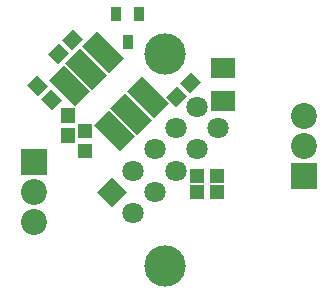
<source format=gbr>
G04 DipTrace 2.4.0.2*
%INTopMask.gbr*%
%MOIN*%
%ADD25C,0.1378*%
%ADD31C,0.0866*%
%ADD33R,0.0472X0.0512*%
%ADD35R,0.0512X0.0472*%
%ADD37R,0.0335X0.0492*%
%ADD39C,0.0712*%
%ADD41R,0.0787X0.0709*%
%FSLAX44Y44*%
G04*
G70*
G90*
G75*
G01*
%LNTopMask*%
%LPD*%
D41*
X11792Y11792D3*
Y12895D3*
G36*
X7583Y8752D2*
X8087Y9255D1*
X8590Y8752D1*
X8087Y8248D1*
X7583Y8752D1*
G37*
D39*
X8794Y8044D3*
Y9459D3*
X9501Y8752D3*
Y10166D3*
X10208Y9459D3*
Y10873D3*
X10915Y10166D3*
Y11580D3*
X11622Y10873D3*
G36*
X7972Y11488D2*
X8863Y10597D1*
X8362Y10096D1*
X7471Y10987D1*
X7972Y11488D1*
G37*
G36*
X8529Y12045D2*
X9420Y11154D1*
X8919Y10653D1*
X8028Y11544D1*
X8529Y12045D1*
G37*
G36*
X9086Y12602D2*
X9976Y11711D1*
X9475Y11210D1*
X8585Y12101D1*
X9086Y12602D1*
G37*
G36*
X6469Y12991D2*
X7360Y12101D1*
X6859Y11600D1*
X5968Y12490D1*
X6469Y12991D1*
G37*
G36*
X7026Y13548D2*
X7916Y12657D1*
X7415Y12156D1*
X6524Y13047D1*
X7026Y13548D1*
G37*
G36*
X7582Y14105D2*
X8473Y13214D1*
X7972Y12713D1*
X7081Y13604D1*
X7582Y14105D1*
G37*
D25*
X9855Y6268D3*
Y13355D3*
D37*
X8980Y14668D3*
X8232D3*
X8606Y13762D3*
D35*
X10917Y9292D3*
X11587D3*
G36*
X6278Y13007D2*
X5944Y13341D1*
X6306Y13703D1*
X6640Y13369D1*
X6278Y13007D1*
G37*
G36*
X6751Y13480D2*
X6417Y13814D1*
X6779Y14176D1*
X7113Y13842D1*
X6751Y13480D1*
G37*
G36*
X10680Y12056D2*
X10346Y12390D1*
X10708Y12752D1*
X11042Y12418D1*
X10680Y12056D1*
G37*
G36*
X10207Y11583D2*
X9873Y11917D1*
X10235Y12279D1*
X10569Y11945D1*
X10207Y11583D1*
G37*
D35*
X10917Y8730D3*
X11587D3*
D33*
X7167Y10792D3*
Y10123D3*
G36*
X6841Y11036D2*
X6368D1*
Y11548D1*
X6841D1*
Y11036D1*
G37*
G36*
Y10367D2*
X6368D1*
Y10879D1*
X6841D1*
Y10367D1*
G37*
G36*
X5256Y12306D2*
X5590Y12640D1*
X5952Y12278D1*
X5618Y11944D1*
X5256Y12306D1*
G37*
G36*
X5729Y11833D2*
X6064Y12167D1*
X6425Y11805D1*
X6091Y11471D1*
X5729Y11833D1*
G37*
G36*
X14913Y9725D2*
Y8859D1*
X14047D1*
Y9725D1*
X14913D1*
G37*
D31*
X14480Y10292D3*
Y11292D3*
G36*
X5046Y9296D2*
Y10163D1*
X5912D1*
Y9296D1*
X5046D1*
G37*
D31*
X5479Y8729D3*
Y7730D3*
M02*

</source>
